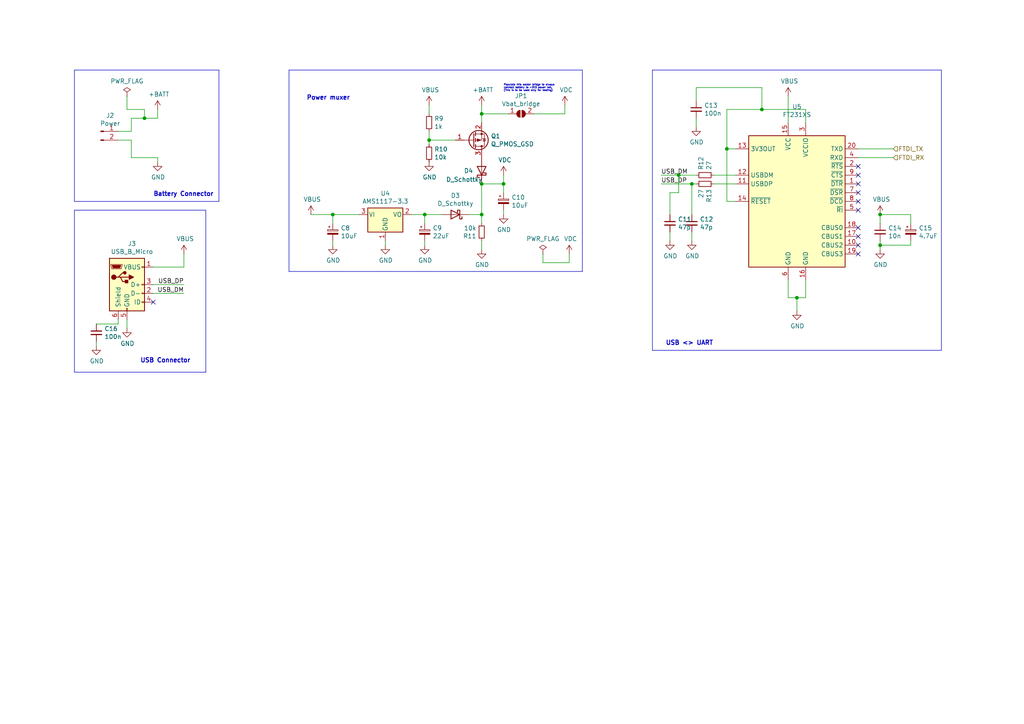
<source format=kicad_sch>
(kicad_sch (version 20230121) (generator eeschema)
  (paper "A4")
  (title_block (title "Temperature Logger") (date "2021-09-12") (rev "1") (company "PradS"))
  (lib_symbols
    (symbol "Library:AMS1117-3.3" (pin_names (offset 0.254))
      (property "Reference" "U" (at -3.81 3.175 0))
      (property "Value" "AMS1117-3.3" (at 0 3.175 0))
      (symbol "AMS1117-3.3_0_1"
        (rectangle (start -5.08 -5.08) (end 5.08 1.905) (stroke (width 0.254)) (fill (type background)))
      )
      (symbol "AMS1117-3.3_1_1"
        (pin power_in line (at 0 -7.62 90) (length 2.54) (name "GND") (number "1"))
        (pin power_out line (at 7.62 0 180) (length 2.54) (name "VO") (number "2"))
        (pin power_in line (at -7.62 0 0) (length 2.54) (name "VI") (number "3"))
      )
    )
    (symbol "Library:C_Polarized_Small" (pin_numbers hide) (pin_names (offset 0.254) hide)
      (property "Reference" "C" (at 0.254 1.778 0))
      (property "Value" "C_Polarized_Small" (at 0.254 -2.032 0))
      (symbol "C_Polarized_Small_0_1"
        (rectangle (start -1.524 -0.3048) (end 1.524 -0.6858) (fill (type outline)))
        (rectangle (start -1.524 0.6858) (end 1.524 0.3048))
        (polyline (pts (xy -1.27 1.524) (xy -0.762 1.524)))
        (polyline (pts (xy -1.016 1.27) (xy -1.016 1.778)))
      )
      (symbol "C_Polarized_Small_1_1"
        (pin passive line (at 0 2.54 270) (length 1.8542) (name "~") (number "1"))
        (pin passive line (at 0 -2.54 90) (length 1.8542) (name "~") (number "2"))
      )
    )
    (symbol "Library:C_Small" (pin_numbers hide) (pin_names (offset 0.254) hide)
      (property "Reference" "C" (at 0.254 1.778 0))
      (property "Value" "C_Small" (at 0.254 -2.032 0))
      (symbol "C_Small_0_1"
        (polyline (pts (xy -1.524 -0.508) (xy 1.524 -0.508)) (stroke (width 0.3302)))
        (polyline (pts (xy -1.524 0.508) (xy 1.524 0.508)) (stroke (width 0.3048)))
      )
      (symbol "C_Small_1_1"
        (pin passive line (at 0 2.54 270) (length 2.032) (name "~") (number "1"))
        (pin passive line (at 0 -2.54 90) (length 2.032) (name "~") (number "2"))
      )
    )
    (symbol "Library:Conn_01x02_Male" (pin_names (offset 1.016) hide)
      (property "Reference" "J" (at 0 2.54 0))
      (property "Value" "Conn_01x02_Male" (at 0 -5.08 0))
      (symbol "Conn_01x02_Male_1_1"
        (polyline (pts (xy 1.27 -2.54) (xy 0.8636 -2.54)) (stroke (width 0.1524)))
        (polyline (pts (xy 1.27 0) (xy 0.8636 0)) (stroke (width 0.1524)))
        (rectangle (start 0.8636 -2.413) (end 0 -2.667) (stroke (width 0.1524)) (fill (type outline)))
        (rectangle (start 0.8636 0.127) (end 0 -0.127) (stroke (width 0.1524)) (fill (type outline)))
        (pin passive line (at 5.08 0 180) (length 3.81) (name "Pin_1") (number "1"))
        (pin passive line (at 5.08 -2.54 180) (length 3.81) (name "Pin_2") (number "2"))
      )
    )
    (symbol "Library:D_Schottky" (pin_numbers hide) (pin_names (offset 1.016) hide)
      (property "Reference" "D" (at 0 2.54 0))
      (property "Value" "D_Schottky" (at 0 -2.54 0))
      (symbol "D_Schottky_0_1"
        (polyline (pts (xy 1.27 0) (xy -1.27 0)))
        (polyline (pts (xy 1.27 1.27) (xy 1.27 -1.27) (xy -1.27 0) (xy 1.27 1.27)) (stroke (width 0.254)))
        (polyline (pts (xy -1.905 0.635) (xy -1.905 1.27) (xy -1.27 1.27) (xy -1.27 -1.27) (xy -0.635 -1.27) (xy -0.635 -0.635)) (stroke (width 0.254)))
      )
      (symbol "D_Schottky_1_1"
        (pin passive line (at -3.81 0 0) (length 2.54) (name "K") (number "1"))
        (pin passive line (at 3.81 0 180) (length 2.54) (name "A") (number "2"))
      )
    )
    (symbol "Library:FT231XS"
      (property "Reference" "U" (at -13.97 20.32 0))
      (property "Value" "FT231XS" (at 7.62 20.32 0))
      (symbol "FT231XS_0_1"
        (rectangle (start -13.97 19.05) (end 13.97 -19.05) (stroke (width 0.254)) (fill (type background)))
      )
      (symbol "FT231XS_1_1"
        (pin output line (at 17.78 5.08 180) (length 3.81) (name "~{DTR}") (number "1"))
        (pin bidirectional line (at 17.78 -12.7 180) (length 3.81) (name "CBUS2") (number "10"))
        (pin bidirectional line (at -17.78 5.08 0) (length 3.81) (name "USBDP") (number "11"))
        (pin bidirectional line (at -17.78 7.62 0) (length 3.81) (name "USBDM") (number "12"))
        (pin power_out line (at -17.78 15.24 0) (length 3.81) (name "3V3OUT") (number "13"))
        (pin input line (at -17.78 0 0) (length 3.81) (name "~{RESET}") (number "14"))
        (pin power_in line (at -2.54 22.86 270) (length 3.81) (name "VCC") (number "15"))
        (pin power_in line (at 2.54 -22.86 90) (length 3.81) (name "GND") (number "16"))
        (pin bidirectional line (at 17.78 -10.16 180) (length 3.81) (name "CBUS1") (number "17"))
        (pin bidirectional line (at 17.78 -7.62 180) (length 3.81) (name "CBUS0") (number "18"))
        (pin bidirectional line (at 17.78 -15.24 180) (length 3.81) (name "CBUS3") (number "19"))
        (pin output line (at 17.78 10.16 180) (length 3.81) (name "~{RTS}") (number "2"))
        (pin output line (at 17.78 15.24 180) (length 3.81) (name "TXD") (number "20"))
        (pin power_in line (at 2.54 22.86 270) (length 3.81) (name "VCCIO") (number "3"))
        (pin input line (at 17.78 12.7 180) (length 3.81) (name "RXD") (number "4"))
        (pin input line (at 17.78 -2.54 180) (length 3.81) (name "~{RI}") (number "5"))
        (pin power_in line (at -2.54 -22.86 90) (length 3.81) (name "GND") (number "6"))
        (pin input line (at 17.78 2.54 180) (length 3.81) (name "~{DSR}") (number "7"))
        (pin input line (at 17.78 0 180) (length 3.81) (name "~{DCD}") (number "8"))
        (pin input line (at 17.78 7.62 180) (length 3.81) (name "~{CTS}") (number "9"))
      )
    )
    (symbol "Library:Q_PMOS_GSD" (pin_names (offset 0) hide)
      (property "Reference" "Q" (at 5.08 1.27 0))
      (property "Value" "Q_PMOS_GSD" (at 5.08 -1.27 0))
      (symbol "Q_PMOS_GSD_0_1"
        (polyline (pts (xy 0.254 0) (xy -2.54 0)))
        (polyline (pts (xy 0.254 1.905) (xy 0.254 -1.905)) (stroke (width 0.254)))
        (polyline (pts (xy 0.762 -1.27) (xy 0.762 -2.286)) (stroke (width 0.254)))
        (polyline (pts (xy 0.762 0.508) (xy 0.762 -0.508)) (stroke (width 0.254)))
        (polyline (pts (xy 0.762 2.286) (xy 0.762 1.27)) (stroke (width 0.254)))
        (polyline (pts (xy 2.54 2.54) (xy 2.54 1.778)))
        (polyline (pts (xy 2.54 -2.54) (xy 2.54 0) (xy 0.762 0)))
        (polyline (pts (xy 0.762 1.778) (xy 3.302 1.778) (xy 3.302 -1.778) (xy 0.762 -1.778)))
        (polyline (pts (xy 2.286 0) (xy 1.27 0.381) (xy 1.27 -0.381) (xy 2.286 0)) (fill (type outline)))
        (polyline (pts (xy 2.794 -0.508) (xy 2.921 -0.381) (xy 3.683 -0.381) (xy 3.81 -0.254)))
        (polyline (pts (xy 3.302 -0.381) (xy 2.921 0.254) (xy 3.683 0.254) (xy 3.302 -0.381)))
        (circle (center 1.651 0) (radius 2.794) (stroke (width 0.254)))
        (circle (center 2.54 -1.778) (radius 0.254) (fill (type outline)))
        (circle (center 2.54 1.778) (radius 0.254) (fill (type outline)))
      )
      (symbol "Q_PMOS_GSD_1_1"
        (pin input line (at -5.08 0 0) (length 2.54) (name "G") (number "1"))
        (pin passive line (at 2.54 -5.08 90) (length 2.54) (name "S") (number "2"))
        (pin passive line (at 2.54 5.08 270) (length 2.54) (name "D") (number "3"))
      )
    )
    (symbol "Library:R_Small" (pin_numbers hide) (pin_names (offset 0.254) hide)
      (property "Reference" "R" (at 0.762 0.508 0))
      (property "Value" "R_Small" (at 0.762 -1.016 0))
      (symbol "R_Small_0_1"
        (rectangle (start -0.762 1.778) (end 0.762 -1.778) (stroke (width 0.2032)))
      )
      (symbol "R_Small_1_1"
        (pin passive line (at 0 2.54 270) (length 0.762) (name "~") (number "1"))
        (pin passive line (at 0 -2.54 90) (length 0.762) (name "~") (number "2"))
      )
    )
    (symbol "Library:SolderJumper_2_Open" (pin_names (offset 0) hide)
      (property "Reference" "JP" (at 0 2.032 0))
      (property "Value" "SolderJumper_2_Open" (at 0 -2.54 0))
      (symbol "SolderJumper_2_Open_0_1"
        (arc (start -0.254 1.016) (mid -1.2656 0) (end -0.254 -1.016))
        (arc (start -0.254 1.016) (mid -1.2656 0) (end -0.254 -1.016) (fill (type outline)))
        (polyline (pts (xy -0.254 1.016) (xy -0.254 -1.016)))
        (polyline (pts (xy 0.254 1.016) (xy 0.254 -1.016)))
        (arc (start 0.254 -1.016) (mid 1.2656 0) (end 0.254 1.016))
        (arc (start 0.254 -1.016) (mid 1.2656 0) (end 0.254 1.016) (fill (type outline)))
      )
      (symbol "SolderJumper_2_Open_1_1"
        (pin passive line (at -3.81 0 0) (length 2.54) (name "A") (number "1"))
        (pin passive line (at 3.81 0 180) (length 2.54) (name "B") (number "2"))
      )
    )
    (symbol "Library:USB_B_Micro" (pin_names (offset 1.016))
      (property "Reference" "J" (at -5.08 11.43 0))
      (property "Value" "USB_B_Micro" (at -5.08 8.89 0))
      (symbol "USB_B_Micro_0_1"
        (rectangle (start -5.08 -7.62) (end 5.08 7.62) (stroke (width 0.254)) (fill (type background)))
        (circle (center -3.81 2.159) (radius 0.635) (stroke (width 0.254)) (fill (type outline)))
        (circle (center -0.635 3.429) (radius 0.381) (stroke (width 0.254)) (fill (type outline)))
        (rectangle (start -0.127 -7.62) (end 0.127 -6.858))
        (polyline (pts (xy -1.905 2.159) (xy 0.635 2.159)) (stroke (width 0.254)))
        (polyline (pts (xy -3.175 2.159) (xy -2.54 2.159) (xy -1.27 3.429) (xy -0.635 3.429)) (stroke (width 0.254)))
        (polyline (pts (xy -2.54 2.159) (xy -1.905 2.159) (xy -1.27 0.889) (xy 0 0.889)) (stroke (width 0.254)))
        (polyline (pts (xy 0.635 2.794) (xy 0.635 1.524) (xy 1.905 2.159) (xy 0.635 2.794)) (stroke (width 0.254)) (fill (type outline)))
        (polyline (pts (xy -4.318 5.588) (xy -1.778 5.588) (xy -2.032 4.826) (xy -4.064 4.826) (xy -4.318 5.588)) (fill (type outline)))
        (polyline (pts (xy -4.699 5.842) (xy -4.699 5.588) (xy -4.445 4.826) (xy -4.445 4.572) (xy -1.651 4.572) (xy -1.651 4.826) (xy -1.397 5.588) (xy -1.397 5.842) (xy -4.699 5.842)))
        (rectangle (start 0.254 1.27) (end -0.508 0.508) (stroke (width 0.254)) (fill (type outline)))
        (rectangle (start 5.08 -5.207) (end 4.318 -4.953))
        (rectangle (start 5.08 -2.667) (end 4.318 -2.413))
        (rectangle (start 5.08 -0.127) (end 4.318 0.127))
        (rectangle (start 5.08 4.953) (end 4.318 5.207))
      )
      (symbol "USB_B_Micro_1_1"
        (pin power_out line (at 7.62 5.08 180) (length 2.54) (name "VBUS") (number "1"))
        (pin bidirectional line (at 7.62 -2.54 180) (length 2.54) (name "D-") (number "2"))
        (pin bidirectional line (at 7.62 0 180) (length 2.54) (name "D+") (number "3"))
        (pin passive line (at 7.62 -5.08 180) (length 2.54) (name "ID") (number "4"))
        (pin power_out line (at 0 -10.16 90) (length 2.54) (name "GND") (number "5"))
        (pin passive line (at -2.54 -10.16 90) (length 2.54) (name "Shield") (number "6"))
      )
    )
    (symbol "power:+BATT" (power) (pin_names (offset 0))
      (property "Value" "+BATT" (at 0 3.556 0))
      (symbol "+BATT_0_1"
        (polyline (pts (xy -0.762 1.27) (xy 0 2.54)))
        (polyline (pts (xy 0 0) (xy 0 2.54)))
        (polyline (pts (xy 0 2.54) (xy 0.762 1.27)))
      )
      (symbol "+BATT_1_1"
        (pin power_in line (at 0 0 90) (length 0) hide (name "+BATT") (number "1"))
      )
    )
    (symbol "power:GND" (power) (pin_names (offset 0))
      (property "Value" "GND" (at 0 -3.81 0))
      (symbol "GND_0_1"
        (polyline (pts (xy 0 0) (xy 0 -1.27) (xy 1.27 -1.27) (xy 0 -2.54) (xy -1.27 -1.27) (xy 0 -1.27)))
      )
      (symbol "GND_1_1"
        (pin power_in line (at 0 0 270) (length 0) hide (name "GND") (number "1"))
      )
    )
    (symbol "power:PWR_FLAG" (power) (pin_numbers hide) (pin_names (offset 0) hide)
      (property "Value" "PWR_FLAG" (at 0 3.81 0))
      (symbol "PWR_FLAG_0_0"
        (pin power_out line (at 0 0 90) (length 0) (name "pwr") (number "1"))
      )
      (symbol "PWR_FLAG_0_1"
        (polyline (pts (xy 0 0) (xy 0 1.27) (xy -1.016 1.905) (xy 0 2.54) (xy 1.016 1.905) (xy 0 1.27)))
      )
    )
    (symbol "power:VBUS" (power) (pin_names (offset 0))
      (property "Value" "VBUS" (at 0 3.81 0))
      (symbol "VBUS_0_1"
        (polyline (pts (xy -0.762 1.27) (xy 0 2.54)))
        (polyline (pts (xy 0 0) (xy 0 2.54)))
        (polyline (pts (xy 0 2.54) (xy 0.762 1.27)))
      )
      (symbol "VBUS_1_1"
        (pin power_in line (at 0 0 90) (length 0) hide (name "VBUS") (number "1"))
      )
    )
    (symbol "power:VDC" (power) (pin_names (offset 0))
      (property "Value" "VDC" (at 0 6.35 0))
      (symbol "VDC_0_1"
        (polyline (pts (xy -0.762 1.27) (xy 0 2.54)))
        (polyline (pts (xy 0 0) (xy 0 2.54)))
        (polyline (pts (xy 0 2.54) (xy 0.762 1.27)))
      )
      (symbol "VDC_1_1"
        (pin power_in line (at 0 0 90) (length 0) hide (name "VDC") (number "1"))
      )
    )
  )
  (junction (at 139.7 33.02))
  (junction (at 139.7 53.34))
  (junction (at 123.19 62.23))
  (junction (at 231.14 86.36))
  (junction (at 41.91 34.29))
  (junction (at 139.7 62.23))
  (junction (at 255.27 62.23))
  (junction (at 200.66 53.34))
  (junction (at 210.82 43.18))
  (junction (at 220.98 31.75))
  (junction (at 124.46 40.64))
  (junction (at 255.27 71.12))
  (junction (at 196.85 50.8))
  (junction (at 96.52 62.23))
  (junction (at 146.05 53.34))
  (no_connect (at 248.92 68.58))
  (no_connect (at 248.92 66.04))
  (no_connect (at 248.92 53.34))
  (no_connect (at 248.92 73.66))
  (no_connect (at 248.92 50.8))
  (no_connect (at 248.92 60.96))
  (no_connect (at 248.92 71.12))
  (no_connect (at 248.92 55.88))
  (no_connect (at 248.92 48.26))
  (no_connect (at 44.45 87.63))
  (no_connect (at 248.92 58.42))
  (wire (pts (xy 45.72 34.29) (xy 45.72 31.75)))
  (polyline (pts (xy 83.82 20.32) (xy 83.82 78.74)))
  (wire (pts (xy 34.29 40.64) (xy 38.1 40.64)))
  (wire (pts (xy 165.1 76.2) (xy 165.1 73.66)))
  (wire (pts (xy 36.83 27.94) (xy 36.83 31.75)))
  (wire (pts (xy 96.52 69.85) (xy 96.52 71.12)))
  (wire (pts (xy 233.68 31.75) (xy 233.68 35.56)))
  (wire (pts (xy 255.27 62.23) (xy 264.16 62.23)))
  (wire (pts (xy 201.93 50.8) (xy 196.85 50.8)))
  (wire (pts (xy 123.19 69.85) (xy 123.19 71.12)))
  (wire (pts (xy 200.66 53.34) (xy 200.66 62.23)))
  (polyline (pts (xy 21.59 20.32) (xy 63.5 20.32)))
  (polyline (pts (xy 83.82 78.74) (xy 168.91 78.74)))
  (wire (pts (xy 201.93 36.83) (xy 201.93 34.29)))
  (wire (pts (xy 255.27 71.12) (xy 255.27 69.85)))
  (wire (pts (xy 220.98 25.4) (xy 220.98 31.75)))
  (wire (pts (xy 163.83 33.02) (xy 163.83 30.48)))
  (polyline (pts (xy 59.69 107.95) (xy 21.59 107.95)))
  (wire (pts (xy 139.7 69.85) (xy 139.7 72.39)))
  (wire (pts (xy 210.82 43.18) (xy 213.36 43.18)))
  (wire (pts (xy 201.93 53.34) (xy 200.66 53.34)))
  (wire (pts (xy 38.1 45.72) (xy 45.72 45.72)))
  (wire (pts (xy 255.27 64.77) (xy 255.27 62.23)))
  (wire (pts (xy 124.46 40.64) (xy 124.46 41.91)))
  (wire (pts (xy 248.92 43.18) (xy 259.08 43.18)))
  (wire (pts (xy 264.16 62.23) (xy 264.16 64.77)))
  (wire (pts (xy 96.52 64.77) (xy 96.52 62.23)))
  (wire (pts (xy 53.34 73.66) (xy 53.34 77.47)))
  (wire (pts (xy 196.85 50.8) (xy 191.77 50.8)))
  (wire (pts (xy 231.14 90.17) (xy 231.14 86.36)))
  (wire (pts (xy 228.6 81.28) (xy 228.6 86.36)))
  (wire (pts (xy 44.45 77.47) (xy 53.34 77.47)))
  (wire (pts (xy 41.91 31.75) (xy 41.91 34.29)))
  (wire (pts (xy 146.05 55.88) (xy 146.05 53.34)))
  (wire (pts (xy 201.93 25.4) (xy 220.98 25.4)))
  (wire (pts (xy 157.48 76.2) (xy 165.1 76.2)))
  (wire (pts (xy 123.19 62.23) (xy 128.27 62.23)))
  (wire (pts (xy 157.48 73.66) (xy 157.48 76.2)))
  (wire (pts (xy 44.45 85.09) (xy 53.34 85.09)))
  (wire (pts (xy 255.27 72.39) (xy 255.27 71.12)))
  (wire (pts (xy 45.72 45.72) (xy 45.72 46.99)))
  (wire (pts (xy 200.66 69.85) (xy 200.66 67.31)))
  (wire (pts (xy 194.31 69.85) (xy 194.31 67.31)))
  (wire (pts (xy 213.36 50.8) (xy 207.01 50.8)))
  (wire (pts (xy 154.94 33.02) (xy 163.83 33.02)))
  (wire (pts (xy 104.14 62.23) (xy 96.52 62.23)))
  (wire (pts (xy 124.46 30.48) (xy 124.46 33.02)))
  (wire (pts (xy 38.1 34.29) (xy 38.1 38.1)))
  (wire (pts (xy 34.29 93.98) (xy 27.94 93.98)))
  (wire (pts (xy 147.32 33.02) (xy 139.7 33.02)))
  (wire (pts (xy 36.83 31.75) (xy 41.91 31.75)))
  (wire (pts (xy 210.82 58.42) (xy 210.82 43.18)))
  (polyline (pts (xy 189.23 101.6) (xy 189.23 20.32)))
  (wire (pts (xy 132.08 40.64) (xy 124.46 40.64)))
  (wire (pts (xy 139.7 53.34) (xy 146.05 53.34)))
  (wire (pts (xy 213.36 58.42) (xy 210.82 58.42)))
  (wire (pts (xy 213.36 53.34) (xy 207.01 53.34)))
  (wire (pts (xy 139.7 33.02) (xy 139.7 35.56)))
  (wire (pts (xy 34.29 92.71) (xy 34.29 93.98)))
  (wire (pts (xy 200.66 53.34) (xy 191.77 53.34)))
  (wire (pts (xy 231.14 86.36) (xy 233.68 86.36)))
  (polyline (pts (xy 59.69 60.96) (xy 59.69 107.95)))
  (wire (pts (xy 139.7 62.23) (xy 139.7 53.34)))
  (polyline (pts (xy 21.59 60.96) (xy 59.69 60.96)))
  (wire (pts (xy 248.92 45.72) (xy 259.08 45.72)))
  (wire (pts (xy 41.91 34.29) (xy 38.1 34.29)))
  (polyline (pts (xy 273.05 101.6) (xy 189.23 101.6)))
  (wire (pts (xy 146.05 50.8) (xy 146.05 53.34)))
  (polyline (pts (xy 189.23 20.32) (xy 273.05 20.32)))
  (wire (pts (xy 233.68 86.36) (xy 233.68 81.28)))
  (polyline (pts (xy 168.91 78.74) (xy 168.91 20.32)))
  (wire (pts (xy 264.16 71.12) (xy 255.27 71.12)))
  (polyline (pts (xy 168.91 20.32) (xy 83.82 20.32)))
  (wire (pts (xy 196.85 55.88) (xy 196.85 50.8)))
  (wire (pts (xy 27.94 99.06) (xy 27.94 100.33)))
  (wire (pts (xy 44.45 82.55) (xy 53.34 82.55)))
  (wire (pts (xy 228.6 27.94) (xy 228.6 35.56)))
  (wire (pts (xy 210.82 43.18) (xy 210.82 31.75)))
  (wire (pts (xy 45.72 34.29) (xy 41.91 34.29)))
  (wire (pts (xy 124.46 38.1) (xy 124.46 40.64)))
  (polyline (pts (xy 21.59 58.42) (xy 21.59 20.32)))
  (wire (pts (xy 201.93 25.4) (xy 201.93 29.21)))
  (wire (pts (xy 194.31 55.88) (xy 194.31 62.23)))
  (wire (pts (xy 220.98 31.75) (xy 233.68 31.75)))
  (wire (pts (xy 38.1 40.64) (xy 38.1 45.72)))
  (polyline (pts (xy 273.05 20.32) (xy 273.05 101.6)))
  (wire (pts (xy 146.05 60.96) (xy 146.05 62.23)))
  (wire (pts (xy 210.82 31.75) (xy 220.98 31.75)))
  (wire (pts (xy 228.6 86.36) (xy 231.14 86.36)))
  (wire (pts (xy 139.7 64.77) (xy 139.7 62.23)))
  (wire (pts (xy 38.1 38.1) (xy 34.29 38.1)))
  (polyline (pts (xy 63.5 58.42) (xy 21.59 58.42)))
  (wire (pts (xy 36.83 95.25) (xy 36.83 92.71)))
  (wire (pts (xy 96.52 62.23) (xy 90.17 62.23)))
  (wire (pts (xy 135.89 62.23) (xy 139.7 62.23)))
  (wire (pts (xy 194.31 55.88) (xy 196.85 55.88)))
  (wire (pts (xy 111.76 69.85) (xy 111.76 71.12)))
  (wire (pts (xy 123.19 64.77) (xy 123.19 62.23)))
  (polyline (pts (xy 21.59 107.95) (xy 21.59 60.96)))
  (wire (pts (xy 264.16 69.85) (xy 264.16 71.12)))
  (polyline (pts (xy 63.5 20.32) (xy 63.5 58.42)))
  (wire (pts (xy 139.7 30.48) (xy 139.7 33.02)))
  (wire (pts (xy 119.38 62.23) (xy 123.19 62.23)))
  (text "Battery Connector" (at 44.45 57.15 0) (effects (font (size 1.27 1.27) (thickness 0.254) bold) (justify left bottom)))
  (text "USB Connector" (at 40.64 105.41 0) (effects (font (size 1.27 1.27) (thickness 0.254) bold) (justify left bottom)))
  (text "Populate this solder bridge to always\nconnect battery to +3V3 power net.\n(This is to be used only for testing)" (at 146.05 26.67 0) (effects (font (size 0.508 0.508)) (justify left bottom)))
  (text "Power muxer" (at 88.9 29.21 0) (effects (font (size 1.27 1.27) (thickness 0.254) bold) (justify left bottom)))
  (text "USB <> UART" (at 193.04 100.33 0) (effects (font (size 1.27 1.27) (thickness 0.254) bold) (justify left bottom)))
  (label "USB_DP" (at 53.34 82.55 180))
  (label "USB_DM" (at 191.77 50.8 0))
  (label "USB_DP" (at 191.77 53.34 0))
  (label "USB_DM" (at 53.34 85.09 180))
  (hierarchical_label "FTDI_TX" (shape input) (at 259.08 43.18 0))
  (hierarchical_label "FTDI_RX" (shape input) (at 259.08 45.72 0))
  (symbol (lib_id "Library:USB_B_Micro") (at 36.83 82.55 0) (unit 1)
    (property "Reference" "J3" (at 38.2778 70.6882 0))
    (property "Value" "USB_B_Micro" (at 38.2778 72.9996 0))
    (property "Footprint" "Connector_USB:USB_Micro-B_Molex-105017-0001" (effects hide))
  )
  (symbol (lib_id "power:GND") (at 36.83 95.25 0) (unit 1)
    (property "Reference" "#PWR023" (effects hide))
    (property "Value" "GND" (at 36.957 99.6442 0))
  )
  (symbol (lib_id "Library:R_Small") (at 204.47 50.8 90) (unit 1)
    (property "Reference" "R12" (at 203.3016 49.3014 0) (effects (justify left)))
    (property "Value" "27" (at 205.613 49.3014 0) (effects (justify left)))
    (property "Footprint" "Resistor_SMD:R_0603_1608Metric_Pad1.05x0.95mm_HandSolder" (effects hide))
  )
  (symbol (lib_id "Library:R_Small") (at 204.47 53.34 270) (unit 1)
    (property "Reference" "R13" (at 205.6384 54.8386 0) (effects (justify left)))
    (property "Value" "27" (at 203.327 54.8386 0) (effects (justify left)))
    (property "Footprint" "Resistor_SMD:R_0603_1608Metric_Pad1.05x0.95mm_HandSolder" (effects hide))
  )
  (symbol (lib_id "Library:AMS1117-3.3") (at 111.76 62.23 0) (unit 1)
    (property "Reference" "U4" (at 111.76 56.0832 0))
    (property "Value" "AMS1117-3.3" (at 111.76 58.3946 0))
    (property "Footprint" "Package_TO_SOT_SMD:SOT-223-3_TabPin2" (effects hide))
    (property "Datasheet" "http://www.advanced-monolithic.com/pdf/ds1117.pdf" (effects hide))
  )
  (symbol (lib_id "power:GND") (at 194.31 69.85 0) (unit 1)
    (property "Reference" "#PWR039" (effects hide))
    (property "Value" "GND" (at 194.437 74.2442 0))
  )
  (symbol (lib_id "Library:C_Small") (at 194.31 64.77 0) (unit 1)
    (property "Reference" "C11" (at 196.6468 63.6016 0) (effects (justify left)))
    (property "Value" "47p" (at 196.6468 65.913 0) (effects (justify left)))
    (property "Footprint" "Capacitor_SMD:C_0603_1608Metric_Pad1.08x0.95mm_HandSolder" (effects hide))
  )
  (symbol (lib_id "power:GND") (at 200.66 69.85 0) (unit 1)
    (property "Reference" "#PWR040" (effects hide))
    (property "Value" "GND" (at 200.787 74.2442 0))
  )
  (symbol (lib_id "Library:C_Small") (at 200.66 64.77 0) (unit 1)
    (property "Reference" "C12" (at 202.9968 63.6016 0) (effects (justify left)))
    (property "Value" "47p" (at 202.9968 65.913 0) (effects (justify left)))
    (property "Footprint" "Capacitor_SMD:C_0603_1608Metric_Pad1.08x0.95mm_HandSolder" (effects hide))
  )
  (symbol (lib_id "power:GND") (at 111.76 71.12 0) (unit 1)
    (property "Reference" "#PWR029" (effects hide))
    (property "Value" "GND" (at 111.887 75.5142 0))
  )
  (symbol (lib_id "power:VBUS") (at 53.34 73.66 0) (unit 1)
    (property "Reference" "#PWR026" (effects hide))
    (property "Value" "VBUS" (at 53.721 69.2658 0))
  )
  (symbol (lib_id "power:VBUS") (at 124.46 30.48 0) (unit 1)
    (property "Reference" "#PWR031" (effects hide))
    (property "Value" "VBUS" (at 124.841 26.0858 0))
  )
  (symbol (lib_id "Library:C_Polarized_Small") (at 96.52 67.31 0) (unit 1)
    (property "Reference" "C8" (at 98.8314 66.1416 0) (effects (justify left)))
    (property "Value" "10uF" (at 98.8314 68.453 0) (effects (justify left)))
    (property "Footprint" "Capacitor_SMD:CP_Elec_4x5.7" (effects hide))
  )
  (symbol (lib_id "power:GND") (at 96.52 71.12 0) (unit 1)
    (property "Reference" "#PWR028" (effects hide))
    (property "Value" "GND" (at 96.647 75.5142 0))
  )
  (symbol (lib_id "power:VBUS") (at 228.6 27.94 0) (unit 1)
    (property "Reference" "#PWR042" (effects hide))
    (property "Value" "VBUS" (at 228.981 23.5458 0))
  )
  (symbol (lib_id "power:VBUS") (at 90.17 62.23 0) (unit 1)
    (property "Reference" "#PWR027" (effects hide))
    (property "Value" "VBUS" (at 90.551 57.8358 0))
  )
  (symbol (lib_id "Library:R_Small") (at 139.7 67.31 180) (unit 1)
    (property "Reference" "R11" (at 138.2014 68.4784 0) (effects (justify left)))
    (property "Value" "10k" (at 138.2014 66.167 0) (effects (justify left)))
    (property "Footprint" "Resistor_SMD:R_0603_1608Metric_Pad1.05x0.95mm_HandSolder" (effects hide))
  )
  (symbol (lib_id "power:GND") (at 139.7 72.39 0) (unit 1)
    (property "Reference" "#PWR035" (effects hide))
    (property "Value" "GND" (at 139.827 76.7842 0))
  )
  (symbol (lib_id "Library:D_Schottky") (at 139.7 49.53 90) (unit 1)
    (property "Reference" "D4" (at 135.89 49.53 90))
    (property "Value" "D_Schottky" (at 134.62 52.07 90))
    (property "Footprint" "Diode_SMD:D_SOD-323_HandSoldering" (effects hide))
  )
  (symbol (lib_id "Library:D_Schottky") (at 132.08 62.23 180) (unit 1)
    (property "Reference" "D3" (at 132.08 56.7182 0))
    (property "Value" "D_Schottky" (at 132.08 59.0296 0))
    (property "Footprint" "Diode_SMD:D_SOD-323_HandSoldering" (effects hide))
  )
  (symbol (lib_id "power:GND") (at 201.93 36.83 0) (unit 1)
    (property "Reference" "#PWR041" (effects hide))
    (property "Value" "GND" (at 202.057 41.2242 0))
  )
  (symbol (lib_id "Library:C_Small") (at 201.93 31.75 0) (unit 1)
    (property "Reference" "C13" (at 204.2668 30.5816 0) (effects (justify left)))
    (property "Value" "100n" (at 204.2668 32.893 0) (effects (justify left)))
    (property "Footprint" "Capacitor_SMD:C_0603_1608Metric_Pad1.08x0.95mm_HandSolder" (effects hide))
  )
  (symbol (lib_id "Library:C_Polarized_Small") (at 264.16 67.31 0) (unit 1)
    (property "Reference" "C15" (at 266.4714 66.1416 0) (effects (justify left)))
    (property "Value" "4.7uF" (at 266.4714 68.453 0) (effects (justify left)))
    (property "Footprint" "Capacitor_SMD:CP_Elec_4x5.7" (effects hide))
  )
  (symbol (lib_id "Library:C_Polarized_Small") (at 146.05 58.42 0) (unit 1)
    (property "Reference" "C10" (at 148.3614 57.2516 0) (effects (justify left)))
    (property "Value" "10uF" (at 148.3614 59.563 0) (effects (justify left)))
    (property "Footprint" "Capacitor_SMD:CP_Elec_4x5.7" (effects hide))
  )
  (symbol (lib_id "power:GND") (at 146.05 62.23 0) (unit 1)
    (property "Reference" "#PWR037" (effects hide))
    (property "Value" "GND" (at 146.177 66.6242 0))
  )
  (symbol (lib_id "power:VDC") (at 146.05 50.8 0) (unit 1)
    (property "Reference" "#PWR036" (effects hide))
    (property "Value" "VDC" (at 146.431 46.4058 0))
  )
  (symbol (lib_id "power:VDC") (at 163.83 30.48 0) (unit 1)
    (property "Reference" "#PWR038" (effects hide))
    (property "Value" "VDC" (at 164.211 26.0858 0))
  )
  (symbol (lib_id "power:VBUS") (at 255.27 62.23 0) (unit 1)
    (property "Reference" "#PWR044" (effects hide))
    (property "Value" "VBUS" (at 255.651 57.8358 0))
  )
  (symbol (lib_id "power:VDC") (at 165.1 73.66 0) (unit 1)
    (property "Reference" "#PWR046" (effects hide))
    (property "Value" "VDC" (at 165.481 69.2658 0))
  )
  (symbol (lib_id "power:PWR_FLAG") (at 157.48 73.66 0) (unit 1)
    (property "Reference" "#FLG01" (effects hide))
    (property "Value" "PWR_FLAG" (at 157.48 69.2658 0))
  )
  (symbol (lib_id "power:GND") (at 45.72 46.99 0) (unit 1)
    (property "Reference" "#PWR025" (effects hide))
    (property "Value" "GND" (at 45.847 51.3842 0))
  )
  (symbol (lib_id "Library:FT231XS") (at 231.14 58.42 0) (unit 1)
    (property "Reference" "U5" (at 231.14 30.9626 0))
    (property "Value" "FT231XS" (at 231.14 33.274 0))
    (property "Footprint" "Package_SO:SSOP-20_3.9x8.7mm_P0.635mm" (effects hide))
    (property "Datasheet" "https://www.ftdichip.com/Support/Documents/DataSheets/ICs/DS_FT231X.pdf" (effects hide))
  )
  (symbol (lib_id "power:GND") (at 231.14 90.17 0) (unit 1)
    (property "Reference" "#PWR043" (effects hide))
    (property "Value" "GND" (at 231.267 94.5642 0))
  )
  (symbol (lib_id "power:GND") (at 255.27 72.39 0) (unit 1)
    (property "Reference" "#PWR045" (effects hide))
    (property "Value" "GND" (at 255.397 76.7842 0))
  )
  (symbol (lib_id "Library:C_Small") (at 255.27 67.31 0) (unit 1)
    (property "Reference" "C14" (at 257.6068 66.1416 0) (effects (justify left)))
    (property "Value" "10n" (at 257.6068 68.453 0) (effects (justify left)))
    (property "Footprint" "Capacitor_SMD:C_0603_1608Metric_Pad1.08x0.95mm_HandSolder" (effects hide))
  )
  (symbol (lib_id "power:+BATT") (at 45.72 31.75 0) (unit 1)
    (property "Reference" "#PWR024" (effects hide))
    (property "Value" "+BATT" (at 46.101 27.3558 0))
  )
  (symbol (lib_id "power:+BATT") (at 139.7 30.48 0) (unit 1)
    (property "Reference" "#PWR034" (effects hide))
    (property "Value" "+BATT" (at 140.081 26.0858 0))
  )
  (symbol (lib_id "Library:R_Small") (at 124.46 35.56 0) (unit 1)
    (property "Reference" "R9" (at 125.9586 34.3916 0) (effects (justify left)))
    (property "Value" "1k" (at 125.9586 36.703 0) (effects (justify left)))
    (property "Footprint" "Resistor_SMD:R_0603_1608Metric_Pad1.05x0.95mm_HandSolder" (effects hide))
  )
  (symbol (lib_id "Library:R_Small") (at 124.46 44.45 0) (unit 1)
    (property "Reference" "R10" (at 125.9586 43.2816 0) (effects (justify left)))
    (property "Value" "10k" (at 125.9586 45.593 0) (effects (justify left)))
    (property "Footprint" "Resistor_SMD:R_0603_1608Metric_Pad1.05x0.95mm_HandSolder" (effects hide))
  )
  (symbol (lib_id "power:GND") (at 124.46 46.99 0) (unit 1)
    (property "Reference" "#PWR032" (effects hide))
    (property "Value" "GND" (at 124.587 51.3842 0))
  )
  (symbol (lib_id "Library:C_Polarized_Small") (at 123.19 67.31 0) (unit 1)
    (property "Reference" "C9" (at 125.5014 66.1416 0) (effects (justify left)))
    (property "Value" "22uF" (at 125.5014 68.453 0) (effects (justify left)))
    (property "Footprint" "Capacitor_SMD:CP_Elec_4x5.7" (effects hide))
  )
  (symbol (lib_id "power:GND") (at 123.19 71.12 0) (unit 1)
    (property "Reference" "#PWR030" (effects hide))
    (property "Value" "GND" (at 123.317 75.5142 0))
  )
  (symbol (lib_id "Library:Q_PMOS_GSD") (at 137.16 40.64 0) (mirror x) (unit 1)
    (property "Reference" "Q1" (at 142.367 39.4716 0) (effects (justify left)))
    (property "Value" "Q_PMOS_GSD" (at 142.367 41.783 0) (effects (justify left)))
    (property "Footprint" "Package_TO_SOT_SMD:SOT-23" (effects hide))
  )
  (symbol (lib_id "Library:SolderJumper_2_Open") (at 151.13 33.02 0) (unit 1)
    (property "Reference" "JP1" (at 151.13 27.813 0))
    (property "Value" "Vbat_bridge" (at 151.13 30.1244 0))
    (property "Footprint" "Resistor_SMD:R_0603_1608Metric" (effects hide))
  )
  (symbol (lib_id "Library:Conn_01x02_Male") (at 29.21 38.1 0) (unit 1)
    (property "Reference" "J2" (at 31.9532 33.5026 0))
    (property "Value" "Power" (at 31.9532 35.814 0))
    (property "Footprint" "Battery:BatteryHolder_Keystone_1060_1x2032" (effects hide))
  )
  (symbol (lib_id "power:PWR_FLAG") (at 36.83 27.94 0) (unit 1)
    (property "Reference" "#FLG0102" (effects hide))
    (property "Value" "PWR_FLAG" (at 36.83 23.5458 0))
  )
  (symbol (lib_id "Library:C_Small") (at 27.94 96.52 0) (unit 1)
    (property "Reference" "C16" (at 30.2768 95.3516 0) (effects (justify left)))
    (property "Value" "100n" (at 30.2768 97.663 0) (effects (justify left)))
    (property "Footprint" "Capacitor_SMD:C_0603_1608Metric_Pad1.08x0.95mm_HandSolder" (effects hide))
  )
  (symbol (lib_id "power:GND") (at 27.94 100.33 0) (unit 1)
    (property "Reference" "#PWR0102" (effects hide))
    (property "Value" "GND" (at 28.067 104.7242 0))
  )
)
</source>
